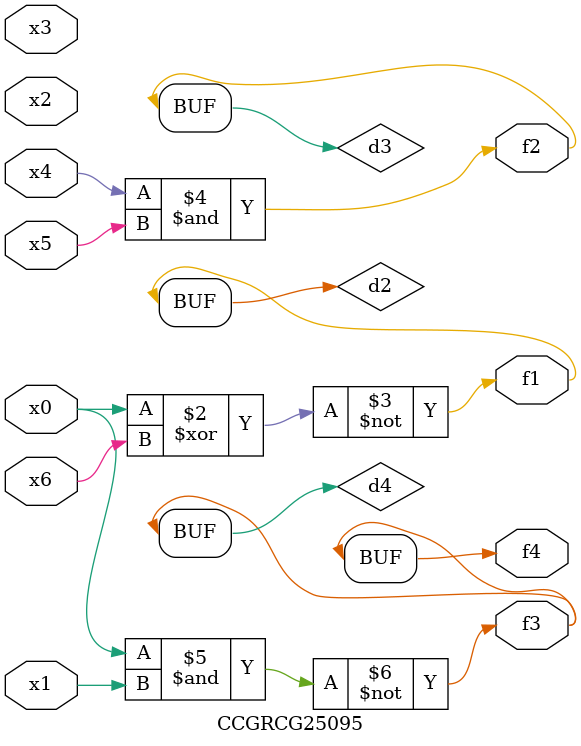
<source format=v>
module CCGRCG25095(
	input x0, x1, x2, x3, x4, x5, x6,
	output f1, f2, f3, f4
);

	wire d1, d2, d3, d4;

	nor (d1, x0);
	xnor (d2, x0, x6);
	and (d3, x4, x5);
	nand (d4, x0, x1);
	assign f1 = d2;
	assign f2 = d3;
	assign f3 = d4;
	assign f4 = d4;
endmodule

</source>
